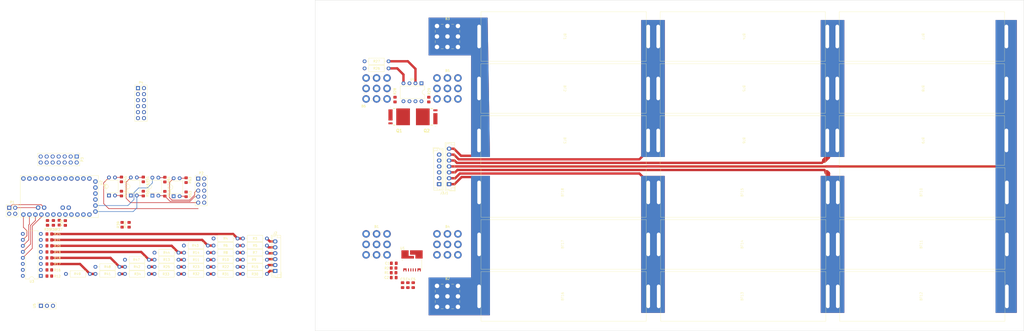
<source format=kicad_pcb>
(kicad_pcb (version 20221018) (generator pcbnew)
  (layers (0 "F.Cu" signal "Top Layer") (31 "B.Cu" signal "Bottom Layer") (34 "B.Paste" user "Bottom Paste") (35 "F.Paste" user "Top Paste") (36 "B.SilkS" user "Bottom Overlay") (37 "F.SilkS" user "Top Overlay") (38 "B.Mask" user "Bottom Solder") (39 "F.Mask" user "Top Solder") (44 "Edge.Cuts" user))
  (property "SHEETTOTAL" "2")
  (net 0 "")
  (net 1 "Net-(BT1-+)")
  (net 2 "GND")
  (net 3 "Net-(BT4-+)")
  (net 4 "Net-(BT10--)")
  (net 5 "Net-(BT10-+)")
  (net 6 "Net-(BT13-+)")
  (net 7 "Net-(BT16-+)")
  (net 8 "/OCD2")
  (net 9 "Net-(U1-GND)")
  (net 10 "/OCD1")
  (net 11 "/VREF")
  (net 12 "/AOUT")
  (net 13 "/A7")
  (net 14 "/<NO NET>")
  (net 15 "/RX_{ISO}")
  (net 16 "/DTR_{ISO}")
  (net 17 "/RX_2")
  (net 18 "Net-(U2-D4)")
  (net 19 "Net-(U2-D5)")
  (net 20 "Net-(U2-D6)")
  (net 21 "Net-(U2-D7)")
  (net 22 "/A0")
  (net 23 "/A1")
  (net 24 "/A2")
  (net 25 "/A3")
  (net 26 "/A4")
  (net 27 "/A5")
  (net 28 "Net-(Q1-G)")
  (net 29 "Net-(Q2-G)")
  (net 30 "/Cell1")
  (net 31 "Net-(R5-Pad1)")
  (net 32 "/Cell2")
  (net 33 "Net-(R7-Pad1)")
  (net 34 "Net-(R14-Pad1)")
  (net 35 "Net-(R10-Pad2)")
  (net 36 "Net-(R10-Pad1)")
  (net 37 "Net-(R11-Pad1)")
  (net 38 "Net-(U3-CH0)")
  (net 39 "/Cell4")
  (net 40 "/Cell3")
  (net 41 "Net-(R15-Pad1)")
  (net 42 "Net-(U3-CH1)")
  (net 43 "/Cell6")
  (net 44 "Net-(U3-CH2)")
  (net 45 "/Cell5")
  (net 46 "Net-(U3-CH3)")
  (net 47 "Net-(U3-CH4)")
  (net 48 "Net-(U3-CH5)")
  (net 49 "Net-(U3-CH6)")
  (net 50 "Net-(R22-Pad1)")
  (net 51 "Net-(R23-Pad1)")
  (net 52 "Net-(U3-CH7)")
  (net 53 "Net-(R25-Pad1)")
  (net 54 "Net-(U2-D9)")
  (net 55 "Net-(U2-D8)")
  (net 56 "Batt+")
  (net 57 "Net-(Q1-S)")
  (net 58 "Net-(U4B-OUTB)")
  (net 59 "+3.3V")
  (net 60 "Net-(U4A-~{OUTA})")
  (net 61 "Net-(R30-Pad1)")
  (net 62 "Net-(R31-Pad1)")
  (net 63 "Net-(R32-Pad1)")
  (net 64 "Net-(R33-Pad1)")
  (net 65 "Net-(R34-Pad1)")
  (net 66 "Net-(R45-Pad1)")
  (net 67 "Net-(R51-Pad1)")
  (net 68 "Net-(R61-Pad1)")
  (net 69 "Net-(R63-Pad1)")
  (net 71 "/CLK")
  (net 72 "/DOUT")
  (net 73 "/DIN")
  (net 74 "/~{CS}")
  (net 77 "/RST_{ISO}")
  (net 78 "Net-(U1-IP+)")
  (net 79 "Net-(Q2-D)")
  (net 80 "Net-(BT1--)")
  (net 81 "Net-(U1-IP-)")
  (net 82 "Net-(J2-Pad1)")
  (net 83 "Net-(J2-Pad2)")
  (net 84 "Net-(J2-Pad3)")
  (net 85 "Net-(J2-Pad4)")
  (net 86 "Net-(J2-Pad5)")
  (net 87 "Net-(J2-Pad6)")
  (net 88 "/TX_2")
  (net 89 "/TX_{0}")
  (net 90 "/TX_{ISO}")
  (net 91 "/RST")
  (net 92 "/DTR")
  (net 93 "/RX_{0}")
  (footprint "Resistor_SMD:R_0805_2012Metric_Pad1.20x1.40mm_HandSolder" (layer "F.Cu") (at 46.701095 54.7 90)
    (fp_text reference "R28")
    (fp_text value "Res2")
  )
  (footprint "Resistor_SMD:R_0805_2012Metric_Pad1.20x1.40mm_HandSolder" (layer "F.Cu") (at -65.85 107.7 90)
    (fp_text reference "R40")
    (fp_text value "Res2")
  )
  (footprint "Resistor_SMD:R_0805_2012Metric_Pad1.20x1.40mm_HandSolder" (layer "F.Cu") (at -59.848905 88.5 -90)
    (fp_text reference "R51")
    (fp_text value "4.7k")
  )
  (footprint "lib:21700" (layer "F.Cu") (at 118.101095 94 90)
    (fp_text reference "BT18")
    (fp_text value "Battery_Cell")
  )
  (footprint "Resistor_THT:R_Axial_DIN0207_L6.3mm_D2.5mm_P10.16mm_Horizontal" (layer "F.Cu") (at -17.678905 125.5)
    (fp_text reference "R15")
    (fp_text value "1M")
  )
  (footprint "Resistor_SMD:R_0805_2012Metric_Pad1.20x1.40mm_HandSolder" (layer "F.Cu") (at -97.9 106.9 90)
    (fp_text reference "R36")
    (fp_text value "Res2")
  )
  (footprint "Connector_PinHeader_2.54mm:PinHeader_2x07_P2.54mm_Vertical" (layer "F.Cu") (at -88.04 78.8 -90)
    (fp_text reference "P3")
    (fp_text value "61300811121")
  )
  (footprint "Resistor_SMD:R_0805_2012Metric_Pad1.20x1.40mm_HandSolder" (layer "F.Cu") (at -99.628905 129.41 180)
    (fp_text reference "R12")
    (fp_text value "Res2")
  )
  (footprint "Resistor_SMD:R_0805_2012Metric_Pad1.20x1.40mm_HandSolder" (layer "F.Cu") (at -50.725 94.57 90)
    (fp_text reference "R52")
    (fp_text value "4.7k")
  )
  (footprint "Connector_JST:JST_EH_B6B-EH-A_1x06_P2.50mm_Vertical" (layer "F.Cu") (at 65.401095 78 -90)
    (fp_text reference "J3")
    (fp_text value "B7B-EH-A(LF)(SN)")
  )
  (footprint "Resistor_SMD:R_0805_2012Metric_Pad1.20x1.40mm_HandSolder" (layer "F.Cu") (at 46.101095 128 180)
    (fp_text reference "R1")
    (fp_text value "Res2")
  )
  (footprint "Resistor_SMD:R_0805_2012Metric_Pad1.20x1.40mm_HandSolder" (layer "F.Cu") (at -99.628905 111.61 180)
    (fp_text reference "R24")
    (fp_text value "Res2")
  )
  (footprint "Capacitor_SMD:C_0805_2012Metric_Pad1.18x1.45mm_HandSolder" (layer "F.Cu") (at 46.188595 124 180)
    (fp_text reference "C1")
    (fp_text value "Capacitor")
  )
  (footprint "Resistor_THT:R_Axial_DIN0207_L6.3mm_D2.5mm_P10.16mm_Horizontal" (layer "F.Cu") (at 33.821095 38.5)
    (fp_text reference "R27")
    (fp_text value "Res2")
  )
  (footprint "Resistor_SMD:R_0805_2012Metric_Pad1.20x1.40mm_HandSolder" (layer "F.Cu") (at -99.628905 121.71 180)
    (fp_text reference "R18")
    (fp_text value "Res2")
  )
  (footprint "Capacitor_SMD:C_0805_2012Metric_Pad1.18x1.45mm_HandSolder" (layer "F.Cu") (at 54.401095 133.25 -90)
    (fp_text reference "C5")
    (fp_text value "Capacitor")
  )
  (footprint "Resistor_THT:R_Axial_DIN0207_L6.3mm_D2.5mm_P10.16mm_Horizontal" (layer "F.Cu") (at -55.098905 125.5)
    (fp_text reference "R25")
    (fp_text value "1M")
  )
  (footprint "Package_DIP:DIP-4_W7.62mm" (layer "F.Cu") (at -47 95.62 90)
    (fp_text reference "U17")
    (fp_text value "EL817")
  )
  (footprint "Connector_JST:JST_EH_B7B-EH-A_1x07_P2.50mm_Vertical" (layer "F.Cu") (at 69.601095 90.5 90)
    (fp_text reference "J1")
    (fp_text value "B7B-EH-A(LF)(SN)")
  )
  (footprint "lib:21700" (layer "F.Cu") (at 118.101095 138 90)
    (fp_text reference "BT16")
    (fp_text value "Battery_Cell")
  )
  (footprint "Resistor_SMD:R_0805_2012Metric_Pad1.20x1.40mm_HandSolder" (layer "F.Cu") (at -99.628905 119.21 180)
    (fp_text reference "R19")
    (fp_text value "Res2")
  )
  (footprint "Resistor_THT:R_Axial_DIN0207_L6.3mm_D2.5mm_P10.16mm_Horizontal" (layer "F.Cu") (at -67.598905 128.5)
    (fp_text reference "R34")
    (fp_text value "1M")
  )
  (footprint "Package_DIP:DIP-16_W7.62mm" (layer "F.Cu") (at -103.228905 129.33 180)
    (fp_text reference "U3")
    (fp_text value "MPC3008")
  )
  (footprint "lib:21700" (layer "F.Cu") (at 118.061095 72 -90)
    (fp_text reference "BT3")
    (fp_text value "Battery_Cell")
  )
  (footprint "Resistor_THT:R_Axial_DIN0207_L6.3mm_D2.5mm_P10.16mm_Horizontal" (layer "F.Cu") (at -80.098905 128.5)
    (fp_text reference "R41")
    (fp_text value "1M")
  )
  (footprint "lib:21700" (layer "F.Cu") (at 118.101095 116 90)
    (fp_text reference "BT17")
    (fp_text value "Battery_Cell")
  )
  (footprint "Package_DIP:DIP-8_W7.62mm" (layer "F.Cu") (at 57.901095 47.8 -90)
    (fp_text reference "U4")
    (fp_text value "TC4428CPA")
  )
  (footprint "lib:21700" (layer "F.Cu") (at 194.101095 94 90)
    (fp_text reference "BT15")
    (fp_text value "Battery_Cell")
  )
  (footprint "Resistor_THT:R_Axial_DIN0207_L6.3mm_D2.5mm_P10.16mm_Horizontal" (layer "F.Cu") (at -17.678905 119.5)
    (fp_text reference "R7")
    (fp_text value "1M")
  )
  (footprint "Resistor_SMD:R_0805_2012Metric_Pad1.20x1.40mm_HandSolder" (layer "F.Cu") (at -69.098905 94.5 90)
    (fp_text reference "R46")
    (fp_text value "4.7k")
  )
  (footprint "lib:21700" (layer "F.Cu") (at 269.901095 138 90)
    (fp_text reference "BT12")
    (fp_text value "Battery_Cell")
  )
  (footprint "Resistor_THT:R_Axial_DIN0207_L6.3mm_D2.5mm_P10.16mm_Horizontal" (layer "F.Cu") (at -30.098905 122.5)
    (fp_text reference "R10")
    (fp_text value "1M")
  )
  (footprint "Resistor_THT:R_Axial_DIN0207_L6.3mm_D2.5mm_P10.16mm_Horizontal" (layer "F.Cu") (at -32.438905 119.5 180)
    (fp_text reference "R14")
    (fp_text value "1M")
  )
  (footprint "Resistor_THT:R_Axial_DIN0207_L6.3mm_D2.5mm_P10.16mm_Horizontal" (layer "F.Cu") (at -42.598905 125.5)
    (fp_text reference "R23")
    (fp_text value "1M")
  )
  (footprint "Resistor_SMD:R_0805_2012Metric_Pad1.20x1.40mm_HandSolder" (layer "F.Cu") (at -50.725 88.57 -90)
    (fp_text reference "R61")
    (fp_text value "4.7k")
  )
  (footprint "Resistor_THT:R_Axial_DIN0207_L6.3mm_D2.5mm_P10.16mm_Horizontal" (layer "F.Cu") (at -92.598905 128.5)
    (fp_text reference "R49")
    (fp_text value "1M")
  )
  (footprint "Resistor_SMD:R_0805_2012Metric_Pad1.20x1.40mm_HandSolder" (layer "F.Cu") (at -69.098905 88.5 -90)
    (fp_text reference "R45")
    (fp_text value "4.7k")
  )
  (footprint "lib:IAUA250N04S6N005AUMA1" (layer "F.Cu") (at 48.466095 62 -90)
    (fp_text reference "Q1")
    (fp_text value "NMOS" hide)
  )
  (footprint "lib:IAUA250N04S6N005AUMA1" (layer "F.Cu") (at 60.117095 62 90)
    (fp_text reference "Q2")
    (fp_text value "NMOS" hide)
  )
  (footprint "lib:MODULE_ARDUINO_PRO_MINI" (layer "F.Cu") (at -95.348905 95.75 -90)
    (fp_text reference "U2")
    (fp_text value "ARDUINO_PRO_MINI")
  )
  (footprint "Resistor_THT:R_Axial_DIN0207_L6.3mm_D2.5mm_P10.16mm_Horizontal" (layer "F.Cu") (at 33.821095 41.5)
    (fp_text reference "R26")
    (fp_text value "Res2")
  )
  (footprint "lib:21700" (layer "F.Cu") (at 193.901095 50 -90)
    (fp_text reference "BT5")
    (fp_text value "Battery_Cell")
  )
  (footprint "Resistor_SMD:R_0805_2012Metric_Pad1.20x1.40mm_HandSolder" (layer "F.Cu") (at -92.85 106.95 90)
    (fp_text reference "R38")
    (fp_text value "Res2")
  )
  (footprint "lib:21700" (layer "F.Cu") (at 194.101095 138 90)
    (fp_text reference "BT13")
    (fp_text value "Battery_Cell")
  )
  (footprint "lib:21700" (layer "F.Cu") (at 193.901095 28 -90)
    (fp_text reference "BT4")
    (fp_text value "Battery_Cell")
  )
  (footprint "Resistor_THT:R_Axial_DIN0207_L6.3mm_D2.5mm_P10.16mm_Horizontal" (layer "F.Cu") (at -17.678905 128.5)
    (fp_text reference "R30")
    (fp_text value "1M")
  )
  (footprint "Connector_PinHeader_2.54mm:PinHeader_2x02_P2.54mm_Vertical" (layer "F.Cu") (at -116.6 100.5)
    (fp_text reference "P1")
    (fp_text value "22-28-4033")
  )
  (footprint "Resistor_THT:R_Axial_DIN0207_L6.3mm_D2.5mm_P10.16mm_Horizontal" (layer "F.Cu") (at -17.678905 116.5)
    (fp_text reference "R5")
    (fp_text value "1M")
  )
  (footprint "Resistor_SMD:R_0805_2012Metric_Pad1.20x1.40mm_HandSolder" (layer "F.Cu") (at -99.628905 114.11 180)
    (fp_text reference "R21")
    (fp_text value "Res2")
  )
  (footprint "Resistor_THT:R_Axial_DIN0207_L6.3mm_D2.5mm_P10.16mm_Horizontal" (layer "F.Cu") (at -42.678905 116.5)
    (fp_text reference "R43")
    (fp_text value "1M")
  )
  (footprint "Resistor_THT:R_Axial_DIN0207_L6.3mm_D2.5mm_P10.16mm_Horizontal" (layer "F.Cu") (at -30.098905 116.5)
    (fp_text reference "R6")
    (fp_text value "1M")
  )
  (footprint "Resistor_THT:R_Axial_DIN0207_L6.3mm_D2.5mm_P10.16mm_Horizontal" (layer "F.Cu") (at -67.598905 122.5)
    (fp_text reference "R47")
    (fp_text value "1M")
  )
  (footprint "Resistor_SMD:R_0805_2012Metric_Pad1.20x1.40mm_HandSolder" (layer "F.Cu") (at -99.628905 116.61 180)
    (fp_text reference "R20")
    (fp_text value "Res2")
  )
  (footprint "Resistor_SMD:R_0805_2012Metric_Pad1.20x1.40mm_HandSolder" (layer "F.Cu") (at 46.101095 126 180)
    (fp_text reference "R2")
    (fp_text value "Res2")
  )
  (footprint "Resistor_SMD:R_0805_2012Metric_Pad1.20x1.40mm_HandSolder" (layer "F.Cu") (at -41.725 94.82 90)
    (fp_text reference "R53")
    (fp_text value "4.7k")
  )
  (footprint "Resistor_THT:R_Axial_DIN0207_L6.3mm_D2.5mm_P10.16mm_Horizontal" (layer "F.Cu") (at -42.598905 122.5)
    (fp_text reference "R11")
    (fp_text value "1M")
  )
  (footprint "Resistor_THT:R_Axial_DIN0207_L6.3mm_D2.5mm_P10.16mm_Horizontal" (layer "F.Cu") (at -55.098905 119.5)
    (fp_text reference "R44")
    (fp_text value "1M")
  )
  (footprint "Package_DIP:DIP-4_W7.62mm" (layer "F.Cu") (at -65.123905 95.3 90)
    (fp_text reference "U11")
    (fp_text value "EL817")
  )
  (footprint "Resistor_SMD:R_0805_2012Metric_Pad1.20x1.40mm_HandSolder" (layer "F.Cu") (at 61.001095 54.7 90)
    (fp_text reference "R29")
    (fp_text value "Res2")
  )
  (footprint "Connector_JST:JST_EH_B6B-EH-A_1x06_P2.50mm_Vertical" (layer "F.Cu") (at -4.018905 127.25 90)
    (fp_text reference "J2")
    (fp_text value "B7B-EH-A(LF)(SN)")
  )
  (footprint "TerminalBlock_Wuerth:Wuerth_REDCUBE-THR_WP-THRBU_74650195_THR" (layer "F.Cu") (at 38.901095 50)
    (fp_text reference "B6")
    (fp_text value "7461383")
  )
  (footprint "lib:21700" (layer "F.Cu") (at 269.701095 50 -90)
    (fp_text reference "BT8")
    (fp_text value "Battery_Cell")
  )
  (footprint "lib:21700" (layer "F.Cu") (at 118.061095 50 -90)
    (fp_text reference "BT2")
    (fp_text value "Battery_Cell")
  )
  (footprint "Package_SON:Infineon_PG-TISON-8-5" (layer "F.Cu") (at 53.901095 123 90)
    (fp_text reference "U1")
    (fp_text value "TLI4971")
  )
  (footprint "lib:21700" (layer "F.Cu") (at 193.901095 72 -90)
    (fp_text reference "BT6")
    (fp_text value "Battery_Cell")
  )
  (footprint "Resistor_THT:R_Axial_DIN0207_L6.3mm_D2.5mm_P10.16mm_Horizontal" (layer "F.Cu") (at -80.098905 125.5)
    (fp_text reference "R48")
    (fp_text value "1M")
  )
  (footprint "lib:21700" (layer "F.Cu") (at 269.901095 94 90)
    (fp_text reference "BT10")
    (fp_text value "Battery_Cell")
  )
  (footprint "Resistor_THT:R_Axial_DIN0207_L6.3mm_D2.5mm_P10.16mm_Horizontal" (layer "F.Cu") (at -55.098905 122.5)
    (fp_text reference "R13")
    (fp_text value "1M")
  )
  (footprint "Package_DIP:DIP-4_W7.62mm" (layer "F.Cu") (at -56 95.37 90)
    (fp_text reference "U16")
    (fp_text value "EL817")
  )
  (footprint "Resistor_THT:R_Axial_DIN0207_L6.3mm_D2.5mm_P10.16mm_Horizontal" (layer "F.Cu") (at -67.598905 125.5)
    (fp_text reference "R42")
    (fp_text value "1M")
  )
  (footprint "lib:21700" (layer "F.Cu") (at 118.101095 28 -90)
    (fp_text reference "BT1")
    (fp_text value "Battery_Cell")
  )
  (footprint "lib:21700" (layer "F.Cu") (at 269.901095 116 90)
    (fp_text reference "BT11")
    (fp_text value "Battery_Cell")
  )
  (footprint "Resistor_SMD:R_0805_2012Metric_Pad1.20x1.40mm_HandSolder" (layer "F.Cu") (at -95.4 106.8 90)
    (fp_text reference "R37")
    (fp_text value "Res2")
  )
  (footprint "Resistor_THT:R_Axial_DIN0207_L6.3mm_D2.5mm_P10.16mm_Horizontal" (layer "F.Cu") (at -30.098905 119.5)
    (fp_text reference "R8")
    (fp_text value "1M")
  )
  (footprint "Resistor_SMD:R_0805_2012Metric_Pad1.20x1.40mm_HandSolder" (layer "F.Cu") (at -68.8 107.7 90)
    (fp_text reference "R39")
    (fp_text value "Res2")
  )
  (footprint "TerminalBlock_Wuerth:Wuerth_REDCUBE-THR_WP-THRBU_74650195_THR" (layer "F.Cu") (at 68.901095 116)
    (fp_text reference "B4")
    (fp_text value "7461383")
  )
  (footprint "Resistor_SMD:R_0805_2012Metric_Pad1.20x1.40mm_HandSolder" (layer "F.Cu") (at -99.628905 124.31 180)
    (fp_text reference "R17")
    (fp_text value "Res2")
  )
  (footprint "Resistor_THT:R_Axial_DIN0207_L6.3mm_D2.5mm_P10.16mm_Horizontal" (layer "F.Cu") (at -42.598905 128.5)
    (fp_text reference "R32")
    (fp_text value "1M")
  )
  (footprint "Resistor_SMD:R_0805_2012Metric_Pad1.20x1.40mm_HandSolder" (layer "F.Cu") (at -99.628905 126.81 180)
    (fp_text reference "R16")
    (fp_text value "Res2")
  )
  (footprint "Resistor_SMD:R_0805_2012Metric_Pad1.20x1.40mm_HandSolder" (layer "F.Cu") (at -100.4 106.9 90)
    (fp_text reference "R35")
    (fp_text value "Res2")
  )
  (footprint "Connector_PinHeader_2.54mm:PinHeader_2x06_P2.54mm_Vertical" (layer "F.Cu") (at -62.1 49.86)
    (fp_text reference "P4")
    (fp_text value "TSW-106-07-L-D")
  )
  (footprint "Connector_PinSocket_2.54mm:PinSocket_1x03_P2.54mm_Vertical" (layer "F.Cu") (at -103.178905 142 90)
    (fp_text reference "U5")
    (fp_text value "LM78M05CT/NOPB")
  )
  (footprint "Connector_PinHeader_2.54mm:PinHeader_2x05_P2.54mm_Vertical" (layer "F.Cu") (at -36.598905 88.17)
    (fp_text reference "P2")
    (fp_text value "61300511121")
  )
  (footprint "Resistor_THT:R_Axial_DIN0207_L6.3mm_D2.5mm_P10.16mm_Horizontal" (layer "F.Cu") (at -55.098905 128.5)
    (fp_text reference "R33")
    (fp_text value "1M")
  )
  (footprint "TerminalBlock_Wuerth:Wuerth_REDCUBE-THR_WP-THRBU_74650195_THR" (layer "F.Cu") (at 38.901095 116)
    (fp_text reference "B1")
    (fp_text value "7461383")
  )
  (footprint "lib:21700" (layer "F.Cu") (at 269.701095 72 -90)
    (fp_text reference "BT9")
    (fp_text value "Battery_Cell")
  )
  (footprint "Resistor_THT:R_Axial_DIN0207_L6.3mm_D2.5mm_P10.16mm_Horizontal" (layer "F.Cu") (at -30.098905 128.5)
    (fp_text reference "R31")
    (fp_text value "1M")
  )
  (footprint "TerminalBlock_Wuerth:Wuerth_REDCUBE-THR_WP-THRBU_74650195_THR" (layer "F.Cu") (at 68.901095 138)
    (fp_text reference "B2")
    (fp_text value "7461383")
  )
  (footprint "Package_DIP:DIP-4_W7.62mm" (layer "F.Cu") (at -74.373905 95.3 90)
    (fp_text reference "U8")
    (fp_text value "EL817")
  )
  (footprint "Capacitor_SMD:C_0805_2012Metric_Pad1.18x1.45mm_HandSolder" (layer "F.Cu") (at 46.151095 130.05 180)
    (fp_text reference "C2")
    (fp_text value "Capacitor")
  )
  (footprint "TerminalBlock_Wuerth:Wuerth_REDCUBE-THR_WP-THRBU_74650195_THR" (layer "F.Cu") (at 68.901095 50)
    (fp_text reference "B5")
    (fp_text value "7461383")
  )
  (footprint "Capacitor_SMD:C_0805_2012Metric_Pad1.18x1.45mm_HandSolder" (layer "F.Cu") (at 49.901095 133.25 -90)
    (fp_text reference "C3")
    (fp_text value "Capacitor")
  )
  (footprint "Resistor_SMD:R_0805_2012Metric_Pad1.20x1.40mm_HandSolder" (layer "F.Cu") (at -41.725 88.82 -90)
    (fp_text reference "R63")
    (fp_text value "4.7k")
  )
  (footprint "Resistor_THT:R_Axial_DIN0207_L6.3mm_D2.5mm_P10.16mm_Horizontal" (layer "F.Cu") (at -30.098905 113.5)
    (fp_text reference "R4")
    (fp_text value "1M")
  )
  (footprint "Resistor_SMD:R_0805_2012Metric_Pad1.20x1.40mm_HandSolder" (layer "F.Cu") (at -59.848905 94.5 90)
    (fp_text reference "R50")
    (fp_text value "4.7k")
  )
  (footprint "Resistor_THT:R_Axial_DIN0207_L6.3mm_D2.5mm_P10.16mm_Horizontal" (layer "F.Cu") (at -17.678905 122.5)
    (fp_text reference "R9")
    (fp_text value "1M")
  )
  (footprint "Resistor_THT:R_Axial_DIN0207_L6.3mm_D2.5mm_P10.16mm_Horizontal" (layer "F.Cu") (at -7.518905 113.5 180)
    (fp_text reference "R3")
    (fp_text value "1M")
  )
  (footprint "Resistor_THT:R_Axial_DIN0207_L6.3mm_D2.5mm_P10.16mm_Horizontal" (layer "F.Cu") (at -30.098905 125.5)
    (fp_text reference "R22")
    (fp_text value "1M")
  )
  (footprint "Capacitor_SMD:C_0805_2012Metric_Pad1.18x1.45mm_HandSolder" (layer "F.Cu") (at 52.151095 133.25 -90)
    (fp_text reference "C4")
    (fp_text value "Capacitor")
  )
  (footprint "lib:21700" (layer "F.Cu") (at 269.701095 28 -90)
    (fp_text reference "BT7")
    (fp_text value "Battery_Cell")
  )
  (footprint "TerminalBlock_Wuerth:Wuerth_REDCUBE-THR_WP-THRBU_74650195_THR" (layer "F.Cu") (at 68.901095 28)
    (fp_text reference "B3")
    (fp_text value "7461383")
  )
  (footprint "lib:21700" (layer "F.Cu") (at 194.101095 116 90)
    (fp_text reference "BT14")
    (fp_text value "Battery_Cell")
  )
  (gr_rect (start 12.901095 12.6036) (end 312.901095 152.6036) (stroke (width 0.1)) (fill none) (layer "Edge.Cuts"))
  (segment (start 153.861095 76.29) (end 153.861095 72) (width 1) (layer "F.Cu") (net 1))
  (segment (start 69.601095 78) (end 71.651095 78) (width 1) (layer "F.Cu") (net 1))
  (segment (start 153.861095 77.29) (end 153.861095 72) (width 1) (layer "F.Cu") (net 1))
  (segment (start 71.651095 78) (end 73.651095 80) (width 1) (layer "F.Cu") (net 1))
  (segment (start 73.651095 80) (end 150.151095 80) (width 1) (layer "F.Cu") (net 1))
  (segment (start 153.901095 72.04) (end 153.861095 72) (width 1) (layer "F.Cu") (net 1))
  (segment (start 150.151095 80) (end 153.861095 76.29) (width 1) (layer "F.Cu") (net 1))
  (segment (start 227.401095 81.5) (end 228.401095 80.5) (width 1) (layer "F.Cu") (net 3))
  (segment (start 229.701095 78.8) (end 229.701095 72) (width 2) (layer "F.Cu") (net 3))
  (segment (start 229.901095 79) (end 229.701095 78.8) (width 2) (layer "F.Cu") (net 3))
  (segment (start 69.601095 80.5) (end 71.901095 80.5) (width 1) (layer "F.Cu") (net 3))
  (segment (start 228.401095 80.5) (end 229.901095 79) (width 2) (layer "F.Cu") (net 3))
  (segment (start 72.901095 81.5) (end 227.401095 81.5) (width 1) (layer "F.Cu") (net 3))
  (segment (start 71.901095 80.5) (end 72.901095 81.5) (width 1) (layer "F.Cu") (net 3))
  (segment (start 305.501095 82.4) (end 305.501095 72) (width 2) (layer "F.Cu") (net 4))
  (segment (start 304.901095 83) (end 305.501095 82.4) (width 2) (layer "F.Cu") (net 4))
  (segment (start 69.601095 83) (end 304.901095 83) (width 1) (layer "F.Cu") (net 4))
  (segment (start 229.401095 85.5) (end 229.901095 86) (width 2) (layer "F.Cu") (net 5))
  (segment (start 72.151095 85.5) (end 69.601095 85.5) (width 1) (layer "F.Cu") (net 5))
  (segment (start 72.151095 85.5) (end 73.151095 84.5) (width 1) (layer "F.Cu") (net 5))
  (segment (start 228.401095 84.5) (end 229.401095 85.5) (width 1) (layer "F.Cu") (net 5))
  (segment (start 229.901095 86) (end 229.901095 94) (width 2) (layer "F.Cu") (net 5))
  (segment (start 73.151095 84.5) (end 228.401095 84.5) (width 1) (layer "F.Cu") (net 5))
  (segment (start 74.151095 86) (end 150.151095 86) (width 1) (layer "F.Cu") (net 6))
  (segment (start 153.901095 89.75) (end 153.901095 94) (width 1) (layer "F.Cu") (net 6))
  (segment (start 69.601095 88) (end 72.151095 88) (width 1) (layer "F.Cu") (net 6))
  (segment (start 150.151095 86) (end 153.901095 89.75) (width 1) (layer "F.Cu") (net 6))
  (segment (start 72.151095 88) (end 74.151095 86) (width 1) (layer "F.Cu") (net 6))
  (segment (start 74.901095 87.5) (end 79.151095 87.5) (width 1) (layer "F.Cu") (net 7))
  (segment (start 79.151095 87.5) (end 82.301095 90.65) (width 1) (layer "F.Cu") (net 7))
  (segment (start 82.301095 90.65) (end 82.301095 94) (width 1) (layer "F.Cu") (net 7))
  (segment (start 71.901095 90.5) (end 74.901095 87.5) (width 1) (layer "F.Cu") (net 7))
  (segment (start 69.601095 90.5) (end 71.901095 90.5) (width 1) (layer "F.Cu") (net 7))
  (segment (start -103.090705 99.1842) (end -101.825905 100.449) (width 0.25) (layer "F.Cu") (net 13))
  (segment (start -116.6 100.5) (end -115.2842 99.1842) (width 0.25) (layer "F.Cu") (net 13))
  (segment (start -115.2842 99.1842) (end -103.090705 99.1842) (width 0.25) (layer "F.Cu") (net 13))
  (segment (start -114.009 100.449) (end -114.06 100.5) (width 0.25) (layer "F.Cu") (net 14))
  (segment (start -104.365905 100.449) (end -114.009 100.449) (width 0.25) (layer "F.Cu") (net 14))
  (segment (start -40.25 97.25) (end -47.75 97.25) (width 0.25) (layer "F.Cu") (net 15))
  (segment (start -36.598905 93.25) (end -37.35 93.25) (width 0.25) (layer "F.Cu") (net 15))
  (segment (start -38.1 95.1) (end -40.25 97.25) (width 0.25) (layer "F.Cu") (net 15))
  (segment (start -38.1 94) (end -38.1 95.1) (width 0.25) (layer "F.Cu") (net 15))
  (segment (start -47.75 97.25) (end -48.75 96.25) (width 0.25) (layer "F.Cu") (net 15))
  (segment (start -48.75 89.75) (end -47 88) (width 0.25) (layer "F.Cu") (net 15))
  (segment (start -37.35 93.25) (end -38.1 94) (width 0.25) (layer "F.Cu") (net 15))
  (segment (start -48.75 96.25) (end -48.75 89.75) (width 0.25) (layer "F.Cu") (net 15))
  (segment (start -65.123905 87.68) (end -67.098905 89.655) (width 0.254) (layer "F.Cu") (net 16))
  (segment (start -65.268905 98.33) (end -36.598905 98.33) (width 0.254) (layer "F.Cu") (net 16))
  (segment (start -67.098905 89.655) (end -67.098905 96.5) (width 0.254) (layer "F.Cu") (net 16))
  (segment (start -67.098905 96.5) (end -65.268905 98.33) (width 0.254) (layer "F.Cu") (net 16))
  (segment (start -19.938905 113.5) (end -21.828905 111.61) (width 1) (layer "F.Cu") (net 30))
  (segment (start -21.828905 111.61) (end -98.628905 111.61) (width 1) (layer "F.Cu") (net 30))
  (segment (start -17.678905 113.5) (end -19.938905 113.5) (width 1) (layer "F.Cu") (net 30))
  (segment (start -19.938905 116.5) (end -17.678905 116.5) (width 1) (layer "F.Cu") (net 31))
  (segment (start -30.098905 116.5) (end -32.518905 116.5) (width 1) (layer "F.Cu") (net 32))
  (segment (start -34.908905 114.11) (end -98.628905 114.11) (width 1) (layer "F.Cu") (net 32))
  (segment (start -32.518905 116.5) (end -34.908905 114.11) (width 1) (layer "F.Cu") (net 32))
  (segment (start -17.678905 119.5) (end -19.938905 119.5) (width 1) (layer "F.Cu") (net 33))
  (segment (start -30.098905 119.5) (end -32.438905 119.5) (width 1) (layer "F.Cu") (net 34))
  (segment (start -19.938905 122.5) (end -17.678905 122.5) (width 1) (layer "F.Cu") (net 35))
  (segment (start -30.098905 122.5) (end -32.438905 122.5) (width 1) (layer "F.Cu") (net 36))
  (segment (start -44.938905 122.5) (end -42.598905 122.5) (width 1) (layer "F.Cu") (net 37))
  (segment (start -55.098905 122.5) (end -57.438905 122.5) (width 1) (layer "F.Cu") (net 39))
  (segment (start -60.728905 119.21) (end -98.628905 119.21) (width 1) (layer "F.Cu") (net 39))
  (segment (start -57.438905 122.5) (end -60.728905 119.21) (width 1) (layer "F.Cu") (net 39))
  (segment (start -44.938905 119.5) (end -47.828905 116.61) (width 1) (layer "F.Cu") (net 40))
  (segment (start -42.598905 119.5) (end -44.938905 119.5) (width 1) (layer "F.Cu") (net 40))
  (segment (start -47.828905 116.61) (end -98.628905 116.61) (width 1) (layer "F.Cu") (net 40))
  (segment (start -17.678905 125.5) (end -19.938905 125.5) (width 1) (layer "F.Cu") (net 41))
  (segment (start -82.438905 128.5) (end -86.628905 124.31) (width 1) (layer "F.Cu") (net 43))
  (segment (start -80.098905 128.5) (end -82.438905 128.5) (width 1) (layer "F.Cu") (net 43))
  (segment (start -86.628905 124.31) (end -98.628905 124.31) (width 1) (layer "F.Cu") (net 43))
  (segment (start -73.728905 121.71) (end -98.628905 121.71) (width 1) (layer "F.Cu") (net 45))
  (segment (start -69.938905 125.5) (end -73.728905 121.71) (width 1) (layer "F.Cu") (net 45))
  (segment (start -67.598905 125.5) (end -69.938905 125.5) (width 1) (layer "F.Cu") (net 45))
  (segment (start -32.438905 125.5) (end -30.098905 125.5) (width 1) (layer "F.Cu") (net 50))
  (segment (start -42.598905 125.5) (end -44.938905 125.5) (width 1) (layer "F.Cu") (net 51))
  (segment (start -57.438905 125.5) (end -55.098905 125.5) (width 1) (layer "F.Cu") (net 53))
  (segment (start 43.981095 41.5) (end 47.651095 41.5) (width 1) (layer "F.Cu") (net 54))
  (segment (start 47.651095 41.5) (end 50.281095 44.13) (width 1) (layer "F.Cu") (net 54))
  (segment (start 50.281095 44.13) (end 50.281095 47.8) (width 1) (layer "F.Cu") (net 54))
  (segment (start 52.151095 38.5) (end 43.981095 38.5) (width 1) (layer "F.Cu") (net 55))
  (segment (start 55.361095 41.71) (end 52.151095 38.5) (width 1) (layer "F.Cu") (net 55))
  (segment (start 55.361095 47.8) (end 55.361095 41.71) (width 1) (layer "F.Cu") (net 55))
  (segment (start -19.938905 128.5) (end -17.678905 128.5) (width 1) (layer "F.Cu") (net 61))
  (segment (start -30.098905 128.5) (end -32.438905 128.5) (width 1) (layer "F.Cu") (net 62))
  (segment (start -44.938905 128.5) (end -42.598905 128.5) (width 1) (layer "F.Cu") (net 63))
  (segment (start -55.098905 128.5) (end -57.438905 128.5) (width 1) (layer "F.Cu") (net 64))
  (segment (start -69.938905 128.5) (end -67.598905 128.5) (width 1) (layer "F.Cu") (net 65))
  (segment (start -69.098905 87.5) (end -69.278905 87.68) (width 0.25) (layer "F.Cu") (net 66))
  (segment (start -69.278905 87.68) (end -71.833905 87.68) (width 0.25) (layer "F.Cu") (net 66))
  (segment (start -59.848905 87.5) (end -60.028905 87.68) (width 0.25) (layer "F.Cu") (net 67))
  (segment (start -60.028905 87.68) (end -62.583905 87.68) (width 0.25) (layer "F.Cu") (net 67))
  (segment (start -50.725 87.57) (end -50.905 87.75) (width 0.25) (layer "F.Cu") (net 68))
  (segment (start -50.905 87.75) (end -53.46 87.75) (width 0.25) (layer "F.Cu") (net 68))
  (segment (start -44.46 88) (end -41.905 88) (width 0.25) (layer "F.Cu") (net 69))
  (segment (start -41.905 88) (end -41.725 87.82) (width 0.25) (layer "F.Cu") (net 69))
  (segment (start -102.968905 104.37) (end -106.848905 108.25) (width 0.25) (layer "F.Cu") (net 71))
  (segment (start -102.968905 103.37) (end -102.968905 104.37) (width 0.25) (layer "F.Cu") (net 71))
  (segment (start -106.848905 117.71) (end -110.848905 121.71) (width 0.25) (layer "F.Cu") (net 71))
  (segment (start -106.848905 108.25) (end -106.848905 117.71) (width 0.25) (layer "F.Cu") (net 71))
  (segment (start -107.598905 108) (end -107.598905 115.92) (width 0.25) (layer "F.Cu") (net 72))
  (segment (start -105.508905 103.37) (end -105.508905 105.91) (width 0.25) (layer "F.Cu") (net 72))
  (segment (start -107.598905 115.92) (end -110.848905 119.17) (width 0.25) (layer "F.Cu") (net 72))
  (segment (start -105.508905 105.91) (end -107.598905 108) (width 0.25) (layer "F.Cu") (net 72))
  (segment (start -108.348905 114.13) (end -110.848905 116.63) (width 0.25) (layer "F.Cu") (net 73))
  (segment (start -108.348905 107.75) (end -108.348905 114.13) (width 0.25) (layer "F.Cu") (net 73))
  (segment (start -108.048905 103.37) (end -108.348905 103.67) (width 0.25) (layer "F.Cu") (net 73))
  (segment (start -108.048905 107.45) (end -108.348905 107.75) (width 0.25) (layer "F.Cu") (net 73))
  (segment (start -108.048905 103.37) (end -108.048905 107.45) (width 0.25) (layer "F.Cu") (net 73))
  (segment (start -109.098905 112.34) (end -110.848905 114.09) (width 0.25) (layer "F.Cu") (net 74))
  (segment (start -110.588905 108.76) (end -109.098905 110.25) (width 0.25) (layer "F.Cu") (net 74))
  (segment (start -109.098905 110.25) (end -109.098905 112.34) (width 0.25) (layer "F.Cu") (net 74))
  (segment (start -110.588905 103.37) (end -110.588905 108.76) (width 0.25) (layer "F.Cu") (net 74))
  (segment (start -74.478905 100.87) (end -36.598905 100.87) (width 0.254) (layer "F.Cu") (net 77))
  (segment (start -76.598905 89.905) (end -76.598905 98.75) (width 0.254) (layer "F.Cu") (net 77))
  (segment (start -76.598905 98.75) (end -74.478905 100.87) (width 0.254) (layer "F.Cu") (net 77))
  (segment (start -74.373905 87.68) (end -76.598905 89.905) (width 0.254) (layer "F.Cu") (net 77))
  (segment (start 74.651095 78.5) (end 79.151095 78.5) (width 1) (layer "F.Cu") (net 80))
  (segment (start 82.261095 75.39) (end 82.261095 72) (width 1) (layer "F.Cu") (net 80))
  (segment (start 69.601095 75.5) (end 71.651095 75.5) (width 1) (layer "F.Cu") (net 80))
  (segment (start 79.151095 78.5) (end 82.261095 75.39) (width 1) (layer "F.Cu") (net 80))
  (segment (start 71.651095 75.5) (end 74.651095 78.5) (width 1) (layer "F.Cu") (net 80))
  (segment (start -4.018905 127.25) (end -6.268905 127.25) (width 1) (layer "F.Cu") (net 82))
  (segment (start -6.268905 127.25) (end -7.518905 128.5) (width 1) (layer "F.Cu") (net 82))
  (segment (start -6.768905 124.75) (end -7.518905 125.5) (width 1) (layer "F.Cu") (net 83))
  (segment (start -4.018905 124.75) (end -6.768905 124.75) (width 1) (layer "F.Cu") (net 83))
  (segment (start -7.268905 122.25) (end -7.518905 122.5) (width 1) (layer "F.Cu") (net 84))
  (segment (start -4.018905 122.25) (end -7.268905 122.25) (width 1) (layer "F.Cu") (net 84))
  (segment (start -4.018905 119.75) (end -7.268905 119.75) (width 1) (layer "F.Cu") (net 85))
  (segment (start -7.268905 119.75) (end -7.518905 119.5) (width 1) (layer "F.Cu") (net 85))
  (segment (start -4.018905 117.25) (end -6.768905 117.25) (width 1) (layer "F.Cu") (net 86))
  (segment (start -6.768905 117.25) (end -7.518905 116.5) (width 1) (layer "F.Cu") (net 86))
  (segment (start -4.018905 114.75) (end -6.268905 114.75) (width 1) (layer "F.Cu") (net 87))
  (segment (start -6.268905 114.75) (end -7.518905 113.5) (width 1) (layer "F.Cu") (net 87))
  (segment (start -56 90) (end -58.1 92.1) (width 0.25) (layer "B.Cu") (net 89))
  (segment (start -66.36 99.56) (end -80.108905 99.56) (width 0.25) (layer "B.Cu") (net 89))
  (segment (start -63.8 94.1) (end -63.8 97) (width 0.25) (layer "B.Cu") (net 89))
  (segment (start -63.8 97) (end -66.36 99.56) (width 0.25) (layer "B.Cu") (net 89))
  (segment (start -56 87.75) (end -56 90) (width 0.25) (layer "B.Cu") (net 89))
  (segment (start -58.1 92.1) (end -61.8 92.1) (width 0.25) (layer "B.Cu") (net 89))
  (segment (start -61.8 92.1) (end -63.8 94.1) (width 0.25) (layer "B.Cu") (net 89))
  (segment (start -50.925 95.37) (end -50.725 95.57) (width 0.25) (layer "F.Cu") (net 90))
  (segment (start -48.495 97.8) (end -40.1 97.8) (width 0.25) (layer "F.Cu") (net 90))
  (segment (start -50.725 95.57) (end -48.495 97.8) (width 0.25) (layer "F.Cu") (net 90))
  (segment (start -53.46 95.37) (end -50.925 95.37) (width 0.25) (layer "F.Cu") (net 90))
  (segment (start -40.1 97.8) (end -38.09 95.79) (width 0.25) (layer "F.Cu") (net 90))
  (segment (start -38.09 95.79) (end -36.598905 95.79) (width 0.25) (layer "F.Cu") (net 90))
  (segment (start -69.098905 95.5) (end -69.298905 95.3) (width 0.25) (layer "F.Cu") (net 91))
  (segment (start -69.298905 95.3) (end -71.833905 95.3) (width 0.25) (layer "F.Cu") (net 91))
  (segment (start -60.048905 95.3) (end -62.583905 95.3) (width 0.25) (layer "F.Cu") (net 92))
  (segment (start -59.848905 95.5) (end -60.048905 95.3) (width 0.25) (layer "F.Cu") (net 92))
  (segment (start -62.583905 95.3) (end -62.583905 100.583905) (width 0.25) (layer "B.Cu") (net 92))
  (segment (start -62.583905 100.583905) (end -64.1 102.1) (width 0.25) (layer "B.Cu") (net 92))
  (segment (start -64.1 102.1) (end -80.108905 102.1) (width 0.25) (layer "B.Cu") (net 92))
  (segment (start -44.46 95.62) (end -41.925 95.62) (width 0.25) (layer "F.Cu") (net 93))
  (segment (start -41.925 95.62) (end -41.725 95.82) (width 0.25) (layer "F.Cu") (net 93))
  (zone (net 1) (net_name "Net-(BT1-+)") (layers "F&B.Cu") (priority 2) (connect_pads yes (clearance 0.5)) (min_thickness 0.25) (fill yes (thermal_gap 0.5) (thermal_bridge_width 0.5))
    (polygon (pts (xy 150.901095 21) (xy 160.901095 21) (xy 160.901095 79) (xy 150.901095 79)))
  )
  (zone (net 5) (net_name "Net-(BT10-+)") (layers "F&B.Cu") (priority 2) (connect_pads yes (clearance 0.5)) (min_thickness 0.25) (fill yes (thermal_gap 0.5) (thermal_bridge_width 0.5))
    (polygon (pts (xy 226.901095 87) (xy 236.901095 87) (xy 236.901095 145) (xy 226.901095 145)))
  )
  (zone (net 80) (net_name "Net-(BT1--)") (layers "F&B.Cu") (connect_pads yes (clearance 0.5)) (min_thickness 0.25) (fill yes (thermal_gap 0.5) (thermal_bridge_width 0.5))
    (polygon (pts (xy 85.901095 20) (xy 60.901095 20) (xy 60.901095 36) (xy 78.901095 36) (xy 78.901095 79) (xy 86.901095 79)))
  )
  (zone (net 7) (net_name "Net-(BT16-+)") (layers "F&B.Cu") (priority 1) (connect_pads yes (clearance 0.5)) (min_thickness 0.25) (fill yes (thermal_gap 0.5) (thermal_bridge_width 0.5))
    (polygon (pts (xy 86.901095 146) (xy 60.901095 146) (xy 60.901095 130) (xy 78.901095 130) (xy 78.901095 87) (xy 86.901095 87)))
  )
  (zone (net 6) (net_name "Net-(BT13-+)") (layers "F&B.Cu") (priority 2) (connect_pads yes (clearance 0.5)) (min_thickness 0.25) (fill yes (thermal_gap 0.5) (thermal_bridge_width 0.5))
    (polygon (pts (xy 150.901095 87) (xy 160.901095 87) (xy 160.901095 145) (xy 150.901095 145)))
  )
  (zone (net 4) (net_name "Net-(BT10--)") (layers "F&B.Cu") (priority 2) (connect_pads yes (clearance 0.5)) (min_thickness 0.25) (fill yes (thermal_gap 0.5) (thermal_bridge_width 0.5))
    (polygon (pts (xy 300.901095 21) (xy 309.901095 21) (xy 309.901095 145) (xy 300.901095 145)))
  )
  (zone (net 3) (net_name "Net-(BT4-+)") (layers "F&B.Cu") (priority 2) (connect_pads yes (clearance 0.5)) (min_thickness 0.25) (fill yes (thermal_gap 0.5) (thermal_bridge_width 0.5))
    (polygon (pts (xy 226.901095 21) (xy 236.901095 21) (xy 236.901095 79) (xy 226.901095 79)))
  )
)
</source>
